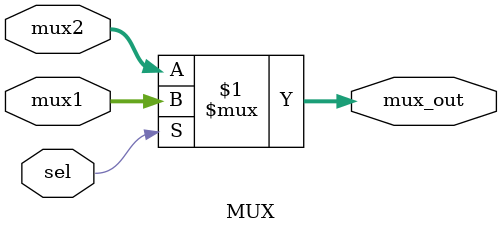
<source format=v>
`timescale 1ns /1ps
module MUX (sel, mux1, mux2, mux_out);

input [15:0] mux1, mux2;
input sel;
output  [15:0] mux_out;

    assign mux_out = (sel)? mux1:mux2;         
  endmodule


</source>
